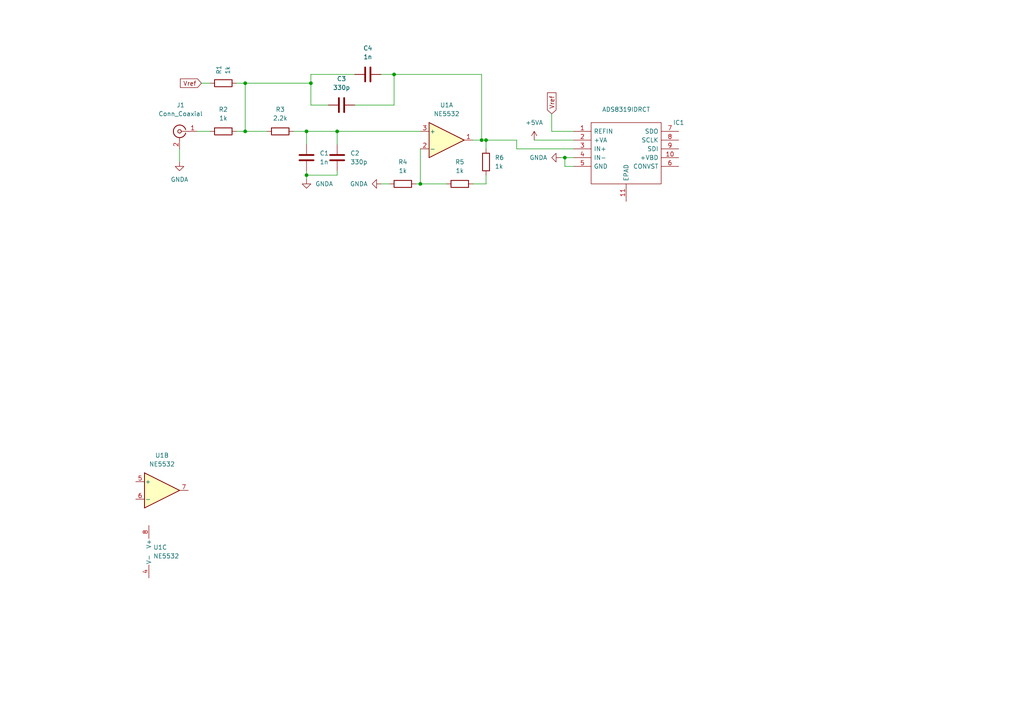
<source format=kicad_sch>
(kicad_sch (version 20211123) (generator eeschema)
  (paper "A4")
  (lib_symbols
    (symbol "Amplifier_Operational:NE5532" (pin_names (offset 0.127))
      (property "Reference" "U" (at 0 5.08 0))
      (property "Value" "NE5532" (at 0 -5.08 0))
      (symbol "NE5532_1_1"
        (polyline (pts (xy -5.08 5.08) (xy 5.08 0) (xy -5.08 -5.08) (xy -5.08 5.08)) (stroke (width 0.254)) (fill (type background)))
        (pin output line (at 7.62 0 180) (length 2.54) (name "~") (number "1"))
        (pin input line (at -7.62 -2.54 0) (length 2.54) (name "-") (number "2"))
        (pin input line (at -7.62 2.54 0) (length 2.54) (name "+") (number "3"))
      )
      (symbol "NE5532_2_1"
        (polyline (pts (xy -5.08 5.08) (xy 5.08 0) (xy -5.08 -5.08) (xy -5.08 5.08)) (stroke (width 0.254)) (fill (type background)))
        (pin input line (at -7.62 2.54 0) (length 2.54) (name "+") (number "5"))
        (pin input line (at -7.62 -2.54 0) (length 2.54) (name "-") (number "6"))
        (pin output line (at 7.62 0 180) (length 2.54) (name "~") (number "7"))
      )
      (symbol "NE5532_3_1"
        (pin power_in line (at -2.54 -7.62 90) (length 3.81) (name "V-") (number "4"))
        (pin power_in line (at -2.54 7.62 270) (length 3.81) (name "V+") (number "8"))
      )
    )
    (symbol "Connector:Conn_Coaxial" (pin_names (offset 1.016) hide)
      (property "Reference" "J" (at 0.254 3.048 0))
      (property "Value" "Conn_Coaxial" (at 2.921 0 90))
      (symbol "Conn_Coaxial_0_1"
        (arc (start -1.778 -0.508) (mid 0.2311 -1.8066) (end 1.778 0) (stroke (width 0.254)))
        (polyline (pts (xy -2.54 0) (xy -0.508 0)))
        (polyline (pts (xy 0 -2.54) (xy 0 -1.778)))
        (circle (center 0 0) (radius 0.508) (stroke (width 0.2032)))
        (arc (start 1.778 0) (mid 0.2099 1.8101) (end -1.778 0.508) (stroke (width 0.254)))
      )
      (symbol "Conn_Coaxial_1_1"
        (pin passive line (at -5.08 0 0) (length 2.54) (name "In") (number "1"))
        (pin passive line (at 0 -5.08 90) (length 2.54) (name "Ext") (number "2"))
      )
    )
    (symbol "Device:C" (pin_numbers hide) (pin_names (offset 0.254))
      (property "Reference" "C" (at 0.635 2.54 0))
      (property "Value" "C" (at 0.635 -2.54 0))
      (symbol "C_0_1"
        (polyline (pts (xy -2.032 -0.762) (xy 2.032 -0.762)) (stroke (width 0.508)))
        (polyline (pts (xy -2.032 0.762) (xy 2.032 0.762)) (stroke (width 0.508)))
      )
      (symbol "C_1_1"
        (pin passive line (at 0 3.81 270) (length 2.794) (name "~") (number "1"))
        (pin passive line (at 0 -3.81 90) (length 2.794) (name "~") (number "2"))
      )
    )
    (symbol "Device:R" (pin_numbers hide) (pin_names (offset 0))
      (property "Reference" "R" (at 2.032 0 90))
      (property "Value" "R" (at 0 0 90))
      (symbol "R_0_1"
        (rectangle (start -1.016 -2.54) (end 1.016 2.54) (stroke (width 0.254)))
      )
      (symbol "R_1_1"
        (pin passive line (at 0 3.81 270) (length 1.27) (name "~") (number "1"))
        (pin passive line (at 0 -3.81 90) (length 1.27) (name "~") (number "2"))
      )
    )
    (symbol "HanzhenCustomLib:ADS8319IDRCT" (pin_names (offset 0.762))
      (property "Reference" "U" (at -2.54 0 0))
      (property "Value" "ADS8319IDRCT" (at 21.59 -10.16 0))
      (symbol "ADS8319IDRCT_0_0"
        (pin passive line (at -15.24 5.08 0) (length 5.08) (name "REFIN") (number "1"))
        (pin passive line (at 15.24 -2.54 180) (length 5.08) (name "+VBD") (number "10"))
        (pin passive line (at 0 -15.24 90) (length 5.08) (name "EPAD") (number "11"))
        (pin passive line (at -15.24 2.54 0) (length 5.08) (name "+VA") (number "2"))
        (pin passive line (at -15.24 0 0) (length 5.08) (name "IN+") (number "3"))
        (pin passive line (at -15.24 -2.54 0) (length 5.08) (name "IN-") (number "4"))
        (pin passive line (at -15.24 -5.08 0) (length 5.08) (name "GND") (number "5"))
        (pin passive line (at 15.24 -5.08 180) (length 5.08) (name "CONVST") (number "6"))
        (pin passive line (at 15.24 5.08 180) (length 5.08) (name "SDO") (number "7"))
        (pin passive line (at 15.24 2.54 180) (length 5.08) (name "SCLK") (number "8"))
        (pin passive line (at 15.24 0 180) (length 5.08) (name "SDI") (number "9"))
      )
      (symbol "ADS8319IDRCT_0_1"
        (polyline (pts (xy -10.16 7.62) (xy 10.16 7.62) (xy 10.16 -10.16) (xy -10.16 -10.16) (xy -10.16 7.62)) (stroke (width 0.1524)))
      )
    )
    (symbol "power:+5VA" (power) (pin_names (offset 0))
      (property "Value" "+5VA" (at 0 3.556 0))
      (symbol "+5VA_0_1"
        (polyline (pts (xy -0.762 1.27) (xy 0 2.54)))
        (polyline (pts (xy 0 0) (xy 0 2.54)))
        (polyline (pts (xy 0 2.54) (xy 0.762 1.27)))
      )
      (symbol "+5VA_1_1"
        (pin power_in line (at 0 0 90) (length 0) hide (name "+5VA") (number "1"))
      )
    )
    (symbol "power:GNDA" (power) (pin_names (offset 0))
      (property "Value" "GNDA" (at 0 -3.81 0))
      (symbol "GNDA_0_1"
        (polyline (pts (xy 0 0) (xy 0 -1.27) (xy 1.27 -1.27) (xy 0 -2.54) (xy -1.27 -1.27) (xy 0 -1.27)))
      )
      (symbol "GNDA_1_1"
        (pin power_in line (at 0 0 270) (length 0) hide (name "GNDA") (number "1"))
      )
    )
  )
  (junction (at 139.7 40.64))
  (junction (at 163.83 45.72))
  (junction (at 121.92 53.34))
  (junction (at 90.17 24.13))
  (junction (at 114.3 21.59))
  (junction (at 88.9 38.1))
  (junction (at 140.97 40.64))
  (junction (at 71.12 38.1))
  (junction (at 97.79 38.1))
  (junction (at 71.12 24.13))
  (junction (at 88.9 50.8))
  (wire (pts (xy 140.97 53.34) (xy 140.97 50.8)))
  (wire (pts (xy 110.49 21.59) (xy 114.3 21.59)))
  (wire (pts (xy 149.86 40.64) (xy 149.86 43.18)))
  (wire (pts (xy 114.3 21.59) (xy 139.7 21.59)))
  (wire (pts (xy 97.79 50.8) (xy 88.9 50.8)))
  (wire (pts (xy 113.03 53.34) (xy 110.49 53.34)))
  (wire (pts (xy 121.92 43.18) (xy 121.92 53.34)))
  (wire (pts (xy 90.17 24.13) (xy 90.17 21.59)))
  (wire (pts (xy 139.7 40.64) (xy 140.97 40.64)))
  (wire (pts (xy 88.9 41.91) (xy 88.9 38.1)))
  (wire (pts (xy 88.9 52.07) (xy 88.9 50.8)))
  (wire (pts (xy 163.83 45.72) (xy 163.83 48.26)))
  (wire (pts (xy 88.9 50.8) (xy 88.9 49.53)))
  (wire (pts (xy 163.83 45.72) (xy 166.37 45.72)))
  (wire (pts (xy 52.07 43.18) (xy 52.07 46.99)))
  (wire (pts (xy 71.12 24.13) (xy 68.58 24.13)))
  (wire (pts (xy 114.3 30.48) (xy 114.3 21.59)))
  (wire (pts (xy 166.37 40.64) (xy 154.94 40.64)))
  (wire (pts (xy 160.02 33.02) (xy 160.02 38.1)))
  (wire (pts (xy 97.79 38.1) (xy 97.79 41.91)))
  (wire (pts (xy 139.7 21.59) (xy 139.7 40.64)))
  (wire (pts (xy 121.92 53.34) (xy 120.65 53.34)))
  (wire (pts (xy 60.96 24.13) (xy 58.42 24.13)))
  (wire (pts (xy 90.17 21.59) (xy 102.87 21.59)))
  (wire (pts (xy 163.83 48.26) (xy 166.37 48.26)))
  (wire (pts (xy 90.17 30.48) (xy 95.25 30.48)))
  (wire (pts (xy 97.79 38.1) (xy 121.92 38.1)))
  (wire (pts (xy 97.79 49.53) (xy 97.79 50.8)))
  (wire (pts (xy 149.86 43.18) (xy 166.37 43.18)))
  (wire (pts (xy 137.16 40.64) (xy 139.7 40.64)))
  (wire (pts (xy 140.97 43.18) (xy 140.97 40.64)))
  (wire (pts (xy 90.17 24.13) (xy 90.17 30.48)))
  (wire (pts (xy 121.92 53.34) (xy 129.54 53.34)))
  (wire (pts (xy 137.16 53.34) (xy 140.97 53.34)))
  (wire (pts (xy 88.9 38.1) (xy 97.79 38.1)))
  (wire (pts (xy 71.12 38.1) (xy 77.47 38.1)))
  (wire (pts (xy 102.87 30.48) (xy 114.3 30.48)))
  (wire (pts (xy 85.09 38.1) (xy 88.9 38.1)))
  (wire (pts (xy 57.15 38.1) (xy 60.96 38.1)))
  (wire (pts (xy 68.58 38.1) (xy 71.12 38.1)))
  (wire (pts (xy 140.97 40.64) (xy 149.86 40.64)))
  (wire (pts (xy 71.12 24.13) (xy 71.12 38.1)))
  (wire (pts (xy 160.02 38.1) (xy 166.37 38.1)))
  (wire (pts (xy 71.12 24.13) (xy 90.17 24.13)))
  (wire (pts (xy 162.56 45.72) (xy 163.83 45.72)))
  (global_label "Vref" (shape input) (at 160.02 33.02 90) (property "Intersheet References" "${INTERSHEET_REFS}" (effects hide)))
  (global_label "Vref" (shape input) (at 58.42 24.13 180) (property "Intersheet References" "${INTERSHEET_REFS}" (effects hide)))
  (symbol (lib_id "Amplifier_Operational:NE5532") (at 129.54 40.64 0) (unit 1)
    (property "Reference" "U1" (at 129.54 30.48 0))
    (property "Value" "NE5532" (at 129.54 33.02 0))
    (property "Footprint" "Package_SO:SOIC-8_3.9x4.9mm_P1.27mm" (effects hide))
    (property "Datasheet" "http://www.ti.com/lit/ds/symlink/ne5532.pdf" (effects hide))
  )
  (symbol (lib_id "Device:C") (at 88.9 45.72 0) (unit 1)
    (property "Reference" "C1" (at 92.71 44.4499 0) (effects (justify left)))
    (property "Value" "1n" (at 92.71 46.9899 0) (effects (justify left)))
    (property "Footprint" "Capacitor_SMD:C_0805_2012Metric" (effects hide))
  )
  (symbol (lib_id "power:+5VA") (at 154.94 40.64 0) (unit 1)
    (property "Reference" "#PWR0102" (effects hide))
    (property "Value" "+5VA" (at 154.94 35.56 0))
  )
  (symbol (lib_id "Device:R") (at 116.84 53.34 270) (unit 1)
    (property "Reference" "R4" (at 116.84 46.99 90))
    (property "Value" "1k" (at 116.84 49.53 90))
    (property "Footprint" "Resistor_SMD:R_0805_2012Metric" (effects hide))
  )
  (symbol (lib_id "Device:R") (at 140.97 46.99 180) (unit 1)
    (property "Reference" "R6" (at 143.51 45.7199 0) (effects (justify right)))
    (property "Value" "1k" (at 143.51 48.2599 0) (effects (justify right)))
    (property "Footprint" "Resistor_SMD:R_0805_2012Metric" (effects hide))
  )
  (symbol (lib_id "power:GNDA") (at 88.9 52.07 0) (unit 1)
    (property "Reference" "#PWR0103" (effects hide))
    (property "Value" "GNDA" (at 91.44 53.3399 0) (effects (justify left)))
  )
  (symbol (lib_id "power:GNDA") (at 162.56 45.72 270) (unit 1)
    (property "Reference" "#PWR0101" (effects hide))
    (property "Value" "GNDA" (at 158.75 45.7199 90) (effects (justify right)))
  )
  (symbol (lib_id "Device:R") (at 133.35 53.34 270) (unit 1)
    (property "Reference" "R5" (at 133.35 46.99 90))
    (property "Value" "1k" (at 133.35 49.53 90))
    (property "Footprint" "Resistor_SMD:R_0805_2012Metric" (effects hide))
  )
  (symbol (lib_id "Connector:Conn_Coaxial") (at 52.07 38.1 0) (mirror y) (unit 1)
    (property "Reference" "J1" (at 52.3874 30.48 0))
    (property "Value" "Conn_Coaxial" (at 52.3874 33.02 0))
    (property "Footprint" "Connector_Coaxial:SMA_Amphenol_132134_Vertical" (effects hide))
    (property "Datasheet" " ~" (effects hide))
  )
  (symbol (lib_id "Device:R") (at 81.28 38.1 270) (unit 1)
    (property "Reference" "R3" (at 81.28 31.75 90))
    (property "Value" "2.2k" (at 81.28 34.29 90))
    (property "Footprint" "Resistor_SMD:R_0805_2012Metric" (effects hide))
  )
  (symbol (lib_id "Device:C") (at 99.06 30.48 90) (unit 1)
    (property "Reference" "C3" (at 99.06 22.86 90))
    (property "Value" "330p" (at 99.06 25.4 90))
    (property "Footprint" "Capacitor_SMD:C_0805_2012Metric" (effects hide))
  )
  (symbol (lib_id "Amplifier_Operational:NE5532") (at 45.72 160.02 0) (unit 3)
    (property "Reference" "U1" (at 44.45 158.7499 0) (effects (justify left)))
    (property "Value" "NE5532" (at 44.45 161.2899 0) (effects (justify left)))
    (property "Footprint" "Package_SO:SOIC-8_3.9x4.9mm_P1.27mm" (effects hide))
    (property "Datasheet" "http://www.ti.com/lit/ds/symlink/ne5532.pdf" (effects hide))
  )
  (symbol (lib_id "Device:R") (at 64.77 24.13 270) (unit 1)
    (property "Reference" "R1" (at 63.4999 21.59 0) (effects (justify right)))
    (property "Value" "1k" (at 66.0399 21.59 0) (effects (justify right)))
    (property "Footprint" "Resistor_SMD:R_0805_2012Metric" (effects hide))
  )
  (symbol (lib_id "power:GNDA") (at 110.49 53.34 270) (unit 1)
    (property "Reference" "#PWR0104" (effects hide))
    (property "Value" "GNDA" (at 106.68 53.3399 90) (effects (justify right)))
  )
  (symbol (lib_id "Device:C") (at 106.68 21.59 90) (unit 1)
    (property "Reference" "C4" (at 106.68 13.97 90))
    (property "Value" "1n" (at 106.68 16.51 90))
    (property "Footprint" "Capacitor_SMD:C_0805_2012Metric" (effects hide))
  )
  (symbol (lib_id "Amplifier_Operational:NE5532") (at 46.99 142.24 0) (unit 2)
    (property "Reference" "U1" (at 46.99 132.08 0))
    (property "Value" "NE5532" (at 46.99 134.62 0))
    (property "Footprint" "Package_SO:SOIC-8_3.9x4.9mm_P1.27mm" (effects hide))
    (property "Datasheet" "http://www.ti.com/lit/ds/symlink/ne5532.pdf" (effects hide))
  )
  (symbol (lib_id "Device:R") (at 64.77 38.1 270) (unit 1)
    (property "Reference" "R2" (at 64.77 31.75 90))
    (property "Value" "1k" (at 64.77 34.29 90))
    (property "Footprint" "Resistor_SMD:R_0805_2012Metric" (effects hide))
  )
  (symbol (lib_id "Device:C") (at 97.79 45.72 0) (unit 1)
    (property "Reference" "C2" (at 101.6 44.4499 0) (effects (justify left)))
    (property "Value" "330p" (at 101.6 46.9899 0) (effects (justify left)))
    (property "Footprint" "Capacitor_SMD:C_0805_2012Metric" (effects hide))
  )
  (symbol (lib_id "power:GNDA") (at 52.07 46.99 0) (unit 1)
    (property "Reference" "#PWR0105" (effects hide))
    (property "Value" "GNDA" (at 52.07 52.07 0))
  )
  (symbol (lib_id "HanzhenCustomLib:ADS8319IDRCT") (at 181.61 43.18 0) (unit 1)
    (property "Reference" "IC1" (at 196.85 35.56 0))
    (property "Value" "ADS8319IDRCT" (at 181.61 31.75 0))
    (property "Footprint" "SON50P300X300X100-11N" (effects hide))
    (property "Datasheet" "http://www.ti.com/lit/gpn/ads8319" (effects hide))
    (property "Description" "Precision 16-Bit SAR Analog-to-Digital Converter (ADC) With SPI Interface" (effects hide))
    (property "Mouser Part Number" "595-ADS8319IDRCT" (effects hide))
    (property "Mouser Price/Stock" "https://www.mouser.com/Search/Refine.aspx?Keyword=595-ADS8319IDRCT" (effects hide))
    (property "Manufacturer_Name" "Texas Instruments" (effects hide))
    (property "Manufacturer_Part_Number" "ADS8319IDRCT" (effects hide))
  )
)
</source>
